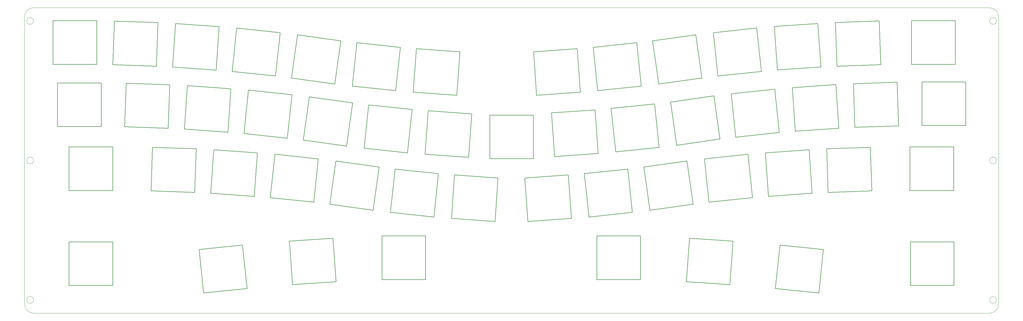
<source format=gbr>
G04 #@! TF.GenerationSoftware,KiCad,Pcbnew,(6.0.10)*
G04 #@! TF.CreationDate,2023-05-24T02:59:04+09:00*
G04 #@! TF.ProjectId,PARALLAX,50415241-4c4c-4415-982e-6b696361645f,rev?*
G04 #@! TF.SameCoordinates,Original*
G04 #@! TF.FileFunction,Profile,NP*
%FSLAX46Y46*%
G04 Gerber Fmt 4.6, Leading zero omitted, Abs format (unit mm)*
G04 Created by KiCad (PCBNEW (6.0.10)) date 2023-05-24 02:59:04*
%MOMM*%
%LPD*%
G01*
G04 APERTURE LIST*
G04 #@! TA.AperFunction,Profile*
%ADD10C,0.100000*%
G04 #@! TD*
G04 #@! TA.AperFunction,Profile*
%ADD11C,0.150000*%
G04 #@! TD*
G04 #@! TA.AperFunction,Profile*
%ADD12C,0.010000*%
G04 #@! TD*
G04 APERTURE END LIST*
D10*
X325625000Y-17250000D02*
X17275000Y-17250000D01*
X17275000Y-17250000D02*
G75*
G03*
X14275000Y-20250000I0J-3000000D01*
G01*
X328625000Y-20250000D02*
G75*
G03*
X325625000Y-17250000I-3000000J0D01*
G01*
X325625000Y-116050000D02*
G75*
G03*
X328625000Y-113050000I0J3000000D01*
G01*
X14275000Y-20250000D02*
X14275000Y-113050000D01*
X328625000Y-113050000D02*
X328625000Y-20250000D01*
X17275000Y-116050000D02*
X325625000Y-116050000D01*
X14275000Y-113050000D02*
G75*
G03*
X17275000Y-116050000I3000000J0D01*
G01*
D11*
X137865454Y-64188305D02*
X123842695Y-62714454D01*
X123842695Y-62714454D02*
X125316546Y-48691695D01*
X125316546Y-48691695D02*
X139339305Y-50165546D01*
X139339305Y-50165546D02*
X137865454Y-64188305D01*
X238662160Y-59757220D02*
X224699380Y-61719560D01*
X222737040Y-47756780D02*
X236699820Y-45794440D01*
X224699380Y-61719560D02*
X222737040Y-47756780D01*
X236699820Y-45794440D02*
X238662160Y-59757220D01*
X37590000Y-21500000D02*
X37590000Y-35600000D01*
X23490000Y-35600000D02*
X23490000Y-21500000D01*
X37590000Y-35600000D02*
X23490000Y-35600000D01*
X23490000Y-21500000D02*
X37590000Y-21500000D01*
X217589804Y-48387195D02*
X219063655Y-62409954D01*
X219063655Y-62409954D02*
X205040896Y-63883805D01*
X203567045Y-49861046D02*
X217589804Y-48387195D01*
X205040896Y-63883805D02*
X203567045Y-49861046D01*
X28668750Y-76410000D02*
X28668750Y-62310000D01*
X42768750Y-76410000D02*
X28668750Y-76410000D01*
X42768750Y-62310000D02*
X42768750Y-76410000D01*
X28668750Y-62310000D02*
X42768750Y-62310000D01*
X100446640Y-39985220D02*
X102408980Y-26022440D01*
X102408980Y-26022440D02*
X116371760Y-27984780D01*
X116371760Y-27984780D02*
X114409420Y-41947560D01*
X114409420Y-41947560D02*
X100446640Y-39985220D01*
X270299943Y-22365390D02*
X271283510Y-36431043D01*
X271283510Y-36431043D02*
X257217857Y-37414610D01*
X256234290Y-23348957D02*
X270299943Y-22365390D01*
X257217857Y-37414610D02*
X256234290Y-23348957D01*
X178555390Y-31508957D02*
X192621043Y-30525390D01*
X192621043Y-30525390D02*
X193604610Y-44591043D01*
X179538957Y-45574610D02*
X178555390Y-31508957D01*
X193604610Y-44591043D02*
X179538957Y-45574610D01*
D12*
X17175000Y-21550000D02*
G75*
G03*
X17175000Y-21550000I-1100000J0D01*
G01*
D11*
X28668750Y-107062500D02*
X28668750Y-92962500D01*
X42768750Y-107062500D02*
X28668750Y-107062500D01*
X28668750Y-92962500D02*
X42768750Y-92962500D01*
X42768750Y-92962500D02*
X42768750Y-107062500D01*
X241911043Y-106844610D02*
X227845390Y-105861043D01*
X228828957Y-91795390D02*
X242894610Y-92778957D01*
X242894610Y-92778957D02*
X241911043Y-106844610D01*
X227845390Y-105861043D02*
X228828957Y-91795390D01*
X314600660Y-21478000D02*
X314600660Y-35578000D01*
X300500660Y-21478000D02*
X314600660Y-21478000D01*
X300500660Y-35578000D02*
X300500660Y-21478000D01*
X314600660Y-35578000D02*
X300500660Y-35578000D01*
X303900000Y-41265000D02*
X318000000Y-41265000D01*
X318000000Y-41265000D02*
X318000000Y-55365000D01*
X303900000Y-55365000D02*
X303900000Y-41265000D01*
X318000000Y-55365000D02*
X303900000Y-55365000D01*
X256357954Y-43627695D02*
X257831805Y-57650454D01*
X257831805Y-57650454D02*
X243809046Y-59124305D01*
X242335195Y-45101546D02*
X256357954Y-43627695D01*
X243809046Y-59124305D02*
X242335195Y-45101546D01*
X66825957Y-42460390D02*
X80891610Y-43443957D01*
X79908043Y-57509610D02*
X65842390Y-56526043D01*
X65842390Y-56526043D02*
X66825957Y-42460390D01*
X80891610Y-43443957D02*
X79908043Y-57509610D01*
D12*
X327925000Y-111750000D02*
G75*
G03*
X327925000Y-111750000I-1100000J0D01*
G01*
D11*
X275969793Y-22065336D02*
X290061204Y-21573253D01*
X290061204Y-21573253D02*
X290553287Y-35664664D01*
X290553287Y-35664664D02*
X276461876Y-36156747D01*
X276461876Y-36156747D02*
X275969793Y-22065336D01*
X82750746Y-23856695D02*
X96773505Y-25330546D01*
X81276895Y-37879454D02*
X82750746Y-23856695D01*
X96773505Y-25330546D02*
X95299654Y-39353305D01*
X95299654Y-39353305D02*
X81276895Y-37879454D01*
X112768940Y-80800220D02*
X114731280Y-66837440D01*
X128694060Y-68799780D02*
X126731720Y-82762560D01*
X126731720Y-82762560D02*
X112768940Y-80800220D01*
X114731280Y-66837440D02*
X128694060Y-68799780D01*
X121519346Y-28611695D02*
X135542105Y-30085546D01*
X120045495Y-42634454D02*
X121519346Y-28611695D01*
X134068254Y-44108305D02*
X120045495Y-42634454D01*
X135542105Y-30085546D02*
X134068254Y-44108305D01*
X213071235Y-105180000D02*
X198971235Y-105180000D01*
X213071235Y-91080000D02*
X213071235Y-105180000D01*
X198971235Y-105180000D02*
X198971235Y-91080000D01*
X198971235Y-91080000D02*
X213071235Y-91080000D01*
D12*
X17175000Y-66650000D02*
G75*
G03*
X17175000Y-66650000I-1100000J0D01*
G01*
D11*
X247715554Y-64676695D02*
X249189405Y-78699454D01*
X249189405Y-78699454D02*
X235166646Y-80173305D01*
X233692795Y-66150546D02*
X247715554Y-64676695D01*
X235166646Y-80173305D02*
X233692795Y-66150546D01*
X198401093Y-50312390D02*
X199384660Y-64378043D01*
X184335440Y-51295957D02*
X198401093Y-50312390D01*
X185319007Y-65361610D02*
X184335440Y-51295957D01*
X199384660Y-64378043D02*
X185319007Y-65361610D01*
X210421405Y-83459454D02*
X196398646Y-84933305D01*
X194924795Y-70910546D02*
X208947554Y-69436695D01*
X208947554Y-69436695D02*
X210421405Y-83459454D01*
X196398646Y-84933305D02*
X194924795Y-70910546D01*
X74367390Y-77261043D02*
X75350957Y-63195390D01*
X75350957Y-63195390D02*
X89416610Y-64178957D01*
X88433043Y-78244610D02*
X74367390Y-77261043D01*
X89416610Y-64178957D02*
X88433043Y-78244610D01*
X93599095Y-78694454D02*
X95072946Y-64671695D01*
X95072946Y-64671695D02*
X109095705Y-66145546D01*
X109095705Y-66145546D02*
X107621854Y-80168305D01*
X107621854Y-80168305D02*
X93599095Y-78694454D01*
D12*
X327925000Y-66650000D02*
G75*
G03*
X327925000Y-66650000I-1100000J0D01*
G01*
D11*
X281750353Y-41855336D02*
X295841764Y-41363253D01*
X282242436Y-55946747D02*
X281750353Y-41855336D01*
X295841764Y-41363253D02*
X296333847Y-55454664D01*
X296333847Y-55454664D02*
X282242436Y-55946747D01*
X178500000Y-51989946D02*
X178500000Y-66089946D01*
X164400000Y-66089946D02*
X164400000Y-51989946D01*
X178500000Y-66089946D02*
X164400000Y-66089946D01*
X164400000Y-51989946D02*
X178500000Y-51989946D01*
X300020000Y-76410000D02*
X300020000Y-62310000D01*
X314120000Y-76410000D02*
X300020000Y-76410000D01*
X314120000Y-62310000D02*
X314120000Y-76410000D01*
X300020000Y-62310000D02*
X314120000Y-62310000D01*
X238028996Y-39338305D02*
X236555145Y-25315546D01*
X236555145Y-25315546D02*
X250577904Y-23841695D01*
X250577904Y-23841695D02*
X252051755Y-37864454D01*
X252051755Y-37864454D02*
X238028996Y-39338305D01*
X213283725Y-42624454D02*
X199260966Y-44098305D01*
X211809874Y-28601695D02*
X213283725Y-42624454D01*
X197787115Y-30075546D02*
X211809874Y-28601695D01*
X199260966Y-44098305D02*
X197787115Y-30075546D01*
X60663764Y-56256747D02*
X46572353Y-55764664D01*
X61155847Y-42165336D02*
X60663764Y-56256747D01*
X46572353Y-55764664D02*
X47064436Y-41673253D01*
X47064436Y-41673253D02*
X61155847Y-42165336D01*
X55589436Y-62408253D02*
X69680847Y-62900336D01*
X69188764Y-76991747D02*
X55097353Y-76499664D01*
X55097353Y-76499664D02*
X55589436Y-62408253D01*
X69680847Y-62900336D02*
X69188764Y-76991747D01*
X144505957Y-50610390D02*
X158571610Y-51593957D01*
X157588043Y-65659610D02*
X143522390Y-64676043D01*
X143522390Y-64676043D02*
X144505957Y-50610390D01*
X158571610Y-51593957D02*
X157588043Y-65659610D01*
X114821610Y-105861043D02*
X100755957Y-106844610D01*
X113838043Y-91795390D02*
X114821610Y-105861043D01*
X99772390Y-92778957D02*
X113838043Y-91795390D01*
X100755957Y-106844610D02*
X99772390Y-92778957D01*
X99096804Y-59434305D02*
X85074045Y-57960454D01*
X100570655Y-45411546D02*
X99096804Y-59434305D01*
X86547896Y-43937695D02*
X100570655Y-45411546D01*
X85074045Y-57960454D02*
X86547896Y-43937695D01*
X228057320Y-66842440D02*
X230019660Y-80805220D01*
X230019660Y-80805220D02*
X216056880Y-82767560D01*
X214094540Y-68804780D02*
X228057320Y-66842440D01*
X216056880Y-82767560D02*
X214094540Y-68804780D01*
X314231250Y-107062500D02*
X300131250Y-107062500D01*
X300131250Y-92962500D02*
X314231250Y-92962500D01*
X300131250Y-107062500D02*
X300131250Y-92962500D01*
X314231250Y-92962500D02*
X314231250Y-107062500D01*
X272068055Y-95495546D02*
X270594204Y-109518305D01*
X270594204Y-109518305D02*
X256571445Y-108044454D01*
X256571445Y-108044454D02*
X258045296Y-94021695D01*
X258045296Y-94021695D02*
X272068055Y-95495546D01*
X273599936Y-76994747D02*
X273107853Y-62903336D01*
X273107853Y-62903336D02*
X287199264Y-62411253D01*
X287199264Y-62411253D02*
X287691347Y-76502664D01*
X287691347Y-76502664D02*
X273599936Y-76994747D01*
X147864305Y-70903546D02*
X146390454Y-84926305D01*
X133841546Y-69429695D02*
X147864305Y-70903546D01*
X132367695Y-83452454D02*
X133841546Y-69429695D01*
X146390454Y-84926305D02*
X132367695Y-83452454D01*
X153030657Y-71350390D02*
X167096310Y-72333957D01*
X167096310Y-72333957D02*
X166112743Y-86399610D01*
X152047090Y-85416043D02*
X153030657Y-71350390D01*
X166112743Y-86399610D02*
X152047090Y-85416043D01*
X267437643Y-63201390D02*
X268421210Y-77267043D01*
X254355557Y-78250610D02*
X253371990Y-64184957D01*
X268421210Y-77267043D02*
X254355557Y-78250610D01*
X253371990Y-64184957D02*
X267437643Y-63201390D01*
D12*
X327925000Y-21550000D02*
G75*
G03*
X327925000Y-21550000I-1100000J0D01*
G01*
D11*
X24906250Y-55675000D02*
X24906250Y-41575000D01*
X39006250Y-55675000D02*
X24906250Y-55675000D01*
X24906250Y-41575000D02*
X39006250Y-41575000D01*
X39006250Y-41575000D02*
X39006250Y-55675000D01*
X84621654Y-94021695D02*
X86095505Y-108044454D01*
X72072746Y-109518305D02*
X70598895Y-95495546D01*
X70598895Y-95495546D02*
X84621654Y-94021695D01*
X86095505Y-108044454D02*
X72072746Y-109518305D01*
D12*
X17175000Y-111750000D02*
G75*
G03*
X17175000Y-111750000I-1100000J0D01*
G01*
D11*
X118206820Y-62026560D02*
X104244040Y-60064220D01*
X104244040Y-60064220D02*
X106206380Y-46101440D01*
X120169160Y-48063780D02*
X118206820Y-62026560D01*
X106206380Y-46101440D02*
X120169160Y-48063780D01*
X262997957Y-57201610D02*
X262014390Y-43135957D01*
X277063610Y-56218043D02*
X262997957Y-57201610D01*
X262014390Y-43135957D02*
X276080043Y-42152390D01*
X276080043Y-42152390D02*
X277063610Y-56218043D01*
X143695750Y-91080000D02*
X143695750Y-105180000D01*
X129595750Y-105180000D02*
X129595750Y-91080000D01*
X143695750Y-105180000D02*
X129595750Y-105180000D01*
X129595750Y-91080000D02*
X143695750Y-91080000D01*
X76110643Y-37431610D02*
X62044990Y-36448043D01*
X62044990Y-36448043D02*
X63028557Y-22382390D01*
X77094210Y-23365957D02*
X76110643Y-37431610D01*
X63028557Y-22382390D02*
X77094210Y-23365957D01*
X230919650Y-26007440D02*
X232881990Y-39970220D01*
X218919210Y-41932560D02*
X216956870Y-27969780D01*
X216956870Y-27969780D02*
X230919650Y-26007440D01*
X232881990Y-39970220D02*
X218919210Y-41932560D01*
X42774853Y-35689664D02*
X43266936Y-21598253D01*
X56866264Y-36181747D02*
X42774853Y-35689664D01*
X43266936Y-21598253D02*
X57358347Y-22090336D01*
X57358347Y-22090336D02*
X56866264Y-36181747D01*
X190742330Y-85426043D02*
X176676677Y-86409610D01*
X189758763Y-71360390D02*
X190742330Y-85426043D01*
X175693110Y-72343957D02*
X189758763Y-71360390D01*
X176676677Y-86409610D02*
X175693110Y-72343957D01*
X139724890Y-44598043D02*
X140708457Y-30532390D01*
X154774110Y-31515957D02*
X153790543Y-45581610D01*
X140708457Y-30532390D02*
X154774110Y-31515957D01*
X153790543Y-45581610D02*
X139724890Y-44598043D01*
M02*

</source>
